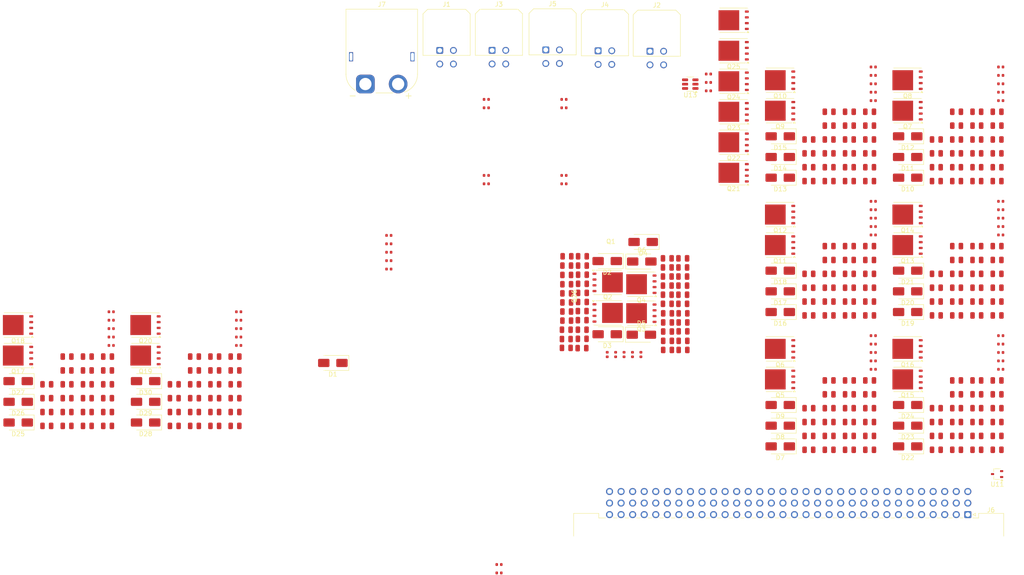
<source format=kicad_pcb>
(kicad_pcb (version 20241229) (generator "pcbnew") (generator_version "9.0")
  (layers (0 "F.Cu" signal) (2 "B.Cu" signal) (13 "F.Paste" user) (15 "B.Paste" user) (5 "F.SilkS" user "F.Silkscreen") (7 "B.SilkS" user "B.Silkscreen") (1 "F.Mask" user) (3 "B.Mask" user) (25 "Edge.Cuts" user))
  (net 0 "")
  (net 1 "GND")
  (net 2 "VIN_BL")
  (net 3 "VIN_BRIDGE")
  (net 4 "Net-(C2-Pad2)")
  (net 5 "Net-(C4-Pad2)")
  (net 6 "Net-(C6-Pad2)")
  (net 7 "Net-(C8-Pad2)")
  (net 8 "Net-(C10-Pad2)")
  (net 9 "Net-(C12-Pad2)")
  (net 10 "Net-(C14-Pad2)")
  (net 11 "Net-(C16-Pad2)")
  (net 12 "Net-(C18-Pad2)")
  (net 13 "Net-(C20-Pad2)")
  (net 14 "Net-(U1-VB)")
  (net 15 "/Conn1/HalfBridge/OUT")
  (net 16 "Net-(C24-Pad2)")
  (net 17 "Net-(C26-Pad2)")
  (net 18 "Net-(C28-Pad2)")
  (net 19 "Net-(C30-Pad2)")
  (net 20 "Net-(C32-Pad2)")
  (net 21 "Net-(C34-Pad2)")
  (net 22 "Net-(C36-Pad2)")
  (net 23 "Net-(C38-Pad2)")
  (net 24 "Net-(C40-Pad2)")
  (net 25 "Net-(C42-Pad2)")
  (net 26 "Net-(U2-VB)")
  (net 27 "/Conn1/HalfBridge1/OUT")
  (net 28 "Net-(C46-Pad2)")
  (net 29 "Net-(C48-Pad2)")
  (net 30 "Net-(C50-Pad2)")
  (net 31 "Net-(C52-Pad2)")
  (net 32 "Net-(C54-Pad2)")
  (net 33 "Net-(C56-Pad2)")
  (net 34 "Net-(C58-Pad2)")
  (net 35 "Net-(C60-Pad2)")
  (net 36 "Net-(C62-Pad2)")
  (net 37 "Net-(C64-Pad2)")
  (net 38 "Net-(U3-VB)")
  (net 39 "/Conn2/HalfBridge1/OUT")
  (net 40 "Net-(C68-Pad2)")
  (net 41 "Net-(C70-Pad2)")
  (net 42 "Net-(C72-Pad2)")
  (net 43 "Net-(C74-Pad2)")
  (net 44 "Net-(C76-Pad2)")
  (net 45 "Net-(C78-Pad2)")
  (net 46 "Net-(C80-Pad2)")
  (net 47 "Net-(C82-Pad2)")
  (net 48 "Net-(C84-Pad2)")
  (net 49 "Net-(C86-Pad2)")
  (net 50 "/Conn2/HalfBridge/OUT")
  (net 51 "Net-(U4-VB)")
  (net 52 "Net-(C90-Pad2)")
  (net 53 "Net-(C92-Pad2)")
  (net 54 "Net-(C94-Pad2)")
  (net 55 "Net-(C96-Pad2)")
  (net 56 "Net-(C98-Pad2)")
  (net 57 "Net-(C100-Pad2)")
  (net 58 "Net-(C102-Pad2)")
  (net 59 "Net-(C104-Pad2)")
  (net 60 "Net-(C106-Pad2)")
  (net 61 "Net-(C108-Pad2)")
  (net 62 "Net-(U5-VB)")
  (net 63 "/Conn3/HalfBridge1/OUT")
  (net 64 "Net-(C112-Pad2)")
  (net 65 "Net-(C114-Pad2)")
  (net 66 "Net-(C116-Pad2)")
  (net 67 "Net-(C118-Pad2)")
  (net 68 "Net-(C120-Pad2)")
  (net 69 "Net-(C122-Pad2)")
  (net 70 "Net-(C124-Pad2)")
  (net 71 "Net-(C126-Pad2)")
  (net 72 "Net-(C128-Pad2)")
  (net 73 "Net-(C130-Pad2)")
  (net 74 "/Conn3/HalfBridge/OUT")
  (net 75 "Net-(U6-VB)")
  (net 76 "Net-(C134-Pad2)")
  (net 77 "Net-(C136-Pad2)")
  (net 78 "Net-(C138-Pad2)")
  (net 79 "Net-(C140-Pad2)")
  (net 80 "Net-(C142-Pad2)")
  (net 81 "Net-(C144-Pad2)")
  (net 82 "Net-(C146-Pad2)")
  (net 83 "Net-(C148-Pad2)")
  (net 84 "Net-(C150-Pad2)")
  (net 85 "Net-(C152-Pad2)")
  (net 86 "Net-(U7-VB)")
  (net 87 "/Conn4/HalfBridge1/OUT")
  (net 88 "Net-(C156-Pad2)")
  (net 89 "Net-(C158-Pad2)")
  (net 90 "Net-(C160-Pad2)")
  (net 91 "Net-(C162-Pad2)")
  (net 92 "Net-(C164-Pad2)")
  (net 93 "Net-(C166-Pad2)")
  (net 94 "Net-(C168-Pad2)")
  (net 95 "Net-(C170-Pad2)")
  (net 96 "Net-(C172-Pad2)")
  (net 97 "Net-(C174-Pad2)")
  (net 98 "Net-(U8-VB)")
  (net 99 "/Conn4/HalfBridge/OUT")
  (net 100 "Net-(C178-Pad2)")
  (net 101 "Net-(C180-Pad2)")
  (net 102 "Net-(C182-Pad2)")
  (net 103 "Net-(C184-Pad2)")
  (net 104 "Net-(C186-Pad2)")
  (net 105 "Net-(C188-Pad2)")
  (net 106 "Net-(C190-Pad2)")
  (net 107 "Net-(C192-Pad2)")
  (net 108 "Net-(C194-Pad2)")
  (net 109 "Net-(C196-Pad2)")
  (net 110 "Net-(U9-VB)")
  (net 111 "/Conn5/HalfBridge1/OUT")
  (net 112 "Net-(C200-Pad2)")
  (net 113 "Net-(C202-Pad2)")
  (net 114 "Net-(C204-Pad2)")
  (net 115 "Net-(C206-Pad2)")
  (net 116 "Net-(C208-Pad2)")
  (net 117 "Net-(C210-Pad2)")
  (net 118 "Net-(C212-Pad2)")
  (net 119 "Net-(C214-Pad2)")
  (net 120 "Net-(C216-Pad2)")
  (net 121 "Net-(C218-Pad2)")
  (net 122 "Net-(U10-VB)")
  (net 123 "/Conn5/HalfBridge/OUT")
  (net 124 "Net-(U13-VCAP)")
  (net 125 "Net-(C222-Pad1)")
  (net 126 "Net-(J7-Pin_2)")
  (net 127 "Net-(D1-K)")
  (net 128 "Net-(D4-K)")
  (net 129 "Net-(D7-K)")
  (net 130 "Net-(D10-K)")
  (net 131 "Net-(D13-K)")
  (net 132 "Net-(D16-K)")
  (net 133 "Net-(D19-K)")
  (net 134 "Net-(D22-K)")
  (net 135 "Net-(D25-K)")
  (net 136 "Net-(D28-K)")
  (net 137 "Net-(J1-Pin_3)")
  (net 138 "+5V")
  (net 139 "Net-(J2-Pin_3)")
  (net 140 "Net-(J3-Pin_3)")
  (net 141 "Net-(J4-Pin_3)")
  (net 142 "Net-(J5-Pin_3)")
  (net 143 "/backplane/GPIOL15")
  (net 144 "/backplane/GPIOL13")
  (net 145 "/backplane/CAN2.-")
  (net 146 "/backplane/GPIOL6")
  (net 147 "/backplane/GPIOL2")
  (net 148 "/backplane/CAN2.+")
  (net 149 "/backplane/GPIOC12")
  (net 150 "+24V")
  (net 151 "/backplane/CAN1.-")
  (net 152 "/backplane/GPIOC0")
  (net 153 "/backplane/BACKPLANE.D-")
  (net 154 "/backplane/GPIOL1")
  (net 155 "/backplane/CAN1.+")
  (net 156 "/backplane/GPIOC2")
  (net 157 "/backplane/GPIOC3")
  (net 158 "+12V")
  (net 159 "/backplane/GPIOL5")
  (net 160 "/backplane/GPIOL9")
  (net 161 "/backplane/GPIOR15")
  (net 162 "/backplane/GPIOR10")
  (net 163 "/backplane/GPIOC14")
  (net 164 "+5V_STDBY")
  (net 165 "/backplane/GPIOR1")
  (net 166 "/backplane/GPIOC10")
  (net 167 "/backplane/GPIOL14")
  (net 168 "/backplane/GPIOR6")
  (net 169 "/backplane/GPIOC15")
  (net 170 "/backplane/GPIOC6")
  (net 171 "/backplane/GPIOL11")
  (net 172 "/backplane/GPIOR11")
  (net 173 "/backplane/GPIOR0")
  (net 174 "/backplane/GPIOC4")
  (net 175 "/backplane/GPIOR2")
  (net 176 "/backplane/GPIOR12")
  (net 177 "/backplane/GPIOC7")
  (net 178 "/backplane/GPIOC5")
  (net 179 "/backplane/GPIOC13")
  (net 180 "/backplane/GPIOL0")
  (net 181 "/backplane/GPIOR8")
  (net 182 "/backplane/GPIOR5")
  (net 183 "/backplane/GPIOR14")
  (net 184 "/backplane/GPIOC8")
  (net 185 "/backplane/GPIOR3")
  (net 186 "/backplane/GPIOL4")
  (net 187 "/backplane/GPIOL10")
  (net 188 "/backplane/GPIOR9")
  (net 189 "/backplane/GPIOC11")
  (net 190 "/backplane/GPIOR4")
  (net 191 "/backplane/GPIOR13")
  (net 192 "/backplane/GPIOC9")
  (net 193 "/backplane/GPIOR7")
  (net 194 "/backplane/GPIOL3")
  (net 195 "/backplane/BACKPLANE.D+")
  (net 196 "/backplane/GPIOL7")
  (net 197 "/backplane/GPIOL12")
  (net 198 "/backplane/GPIOC1")
  (net 199 "/backplane/GPIOL8")
  (net 200 "Net-(Q1-G)")
  (net 201 "Net-(Q2-G)")
  (net 202 "Net-(Q3-G)")
  (net 203 "Net-(Q4-G)")
  (net 204 "Net-(Q5-G)")
  (net 205 "Net-(Q6-G)")
  (net 206 "Net-(Q7-G)")
  (net 207 "Net-(Q8-G)")
  (net 208 "Net-(Q9-G)")
  (net 209 "Net-(Q10-G)")
  (net 210 "Net-(Q11-G)")
  (net 211 "Net-(Q12-G)")
  (net 212 "Net-(Q13-G)")
  (net 213 "Net-(Q14-G)")
  (net 214 "Net-(Q15-G)")
  (net 215 "Net-(Q16-G)")
  (net 216 "Net-(Q17-G)")
  (net 217 "Net-(Q18-G)")
  (net 218 "Net-(Q19-G)")
  (net 219 "Net-(Q20-G)")
  (net 220 "Net-(Q21-G)")
  (net 221 "Net-(Q21-D)")
  (net 222 "/Conn1/A_OUT")
  (net 223 "Net-(U1-EN)")
  (net 224 "Net-(U1-IN)")
  (net 225 "/Conn1/Bridge_IN1")
  (net 226 "Net-(U1-DT)")
  (net 227 "Net-(U1-HO)")
  (net 229 "Net-(U2-EN)")
  (net 230 "Net-(U2-IN)")
  (net 231 "/Conn1/Bridge_IN2")
  (net 232 "Net-(U2-DT)")
  (net 233 "Net-(U2-HO)")
  (net 235 "/Conn2/A_OUT")
  (net 236 "Net-(U3-EN)")
  (net 237 "/Conn2/Bridge_IN2")
  (net 238 "Net-(U3-IN)")
  (net 239 "Net-(U3-DT)")
  (net 240 "Net-(U3-HO)")
  (net 242 "Net-(U4-EN)")
  (net 243 "/Conn2/Bridge_IN1")
  (net 244 "Net-(U4-IN)")
  (net 245 "Net-(U4-DT)")
  (net 246 "Net-(U4-HO)")
  (net 248 "/Conn3/A_OUT")
  (net 249 "Net-(U5-EN)")
  (net 250 "Net-(U5-IN)")
  (net 251 "/Conn3/Bridge_IN2")
  (net 252 "Net-(U5-DT)")
  (net 253 "Net-(U5-HO)")
  (net 255 "Net-(U6-EN)")
  (net 256 "/Conn3/Bridge_IN1")
  (net 257 "Net-(U6-IN)")
  (net 258 "Net-(U6-DT)")
  (net 259 "Net-(U6-HO)")
  (net 261 "/Conn4/A_OUT")
  (net 262 "Net-(U7-EN)")
  (net 263 "Net-(U7-IN)")
  (net 264 "/Conn4/Bridge_IN2")
  (net 265 "Net-(U7-DT)")
  (net 266 "Net-(U7-HO)")
  (net 268 "Net-(U8-EN)")
  (net 269 "/Conn4/Bridge_IN1")
  (net 270 "Net-(U8-IN)")
  (net 271 "Net-(U8-DT)")
  (net 272 "Net-(U8-HO)")
  (net 274 "/Conn5/A_OUT")
  (net 275 "Net-(U9-EN)")
  (net 276 "Net-(U9-IN)")
  (net 277 "/Conn5/Bridge_IN2")
  (net 278 "Net-(U9-DT)")
  (net 279 "Net-(U9-HO)")
  (net 281 "Net-(U10-EN)")
  (net 282 "/Conn5/Bridge_IN1")
  (net 283 "Net-(U10-IN)")
  (net 284 "Net-(U10-DT)")
  (net 285 "Net-(U10-HO)")
  (net 287 "Net-(U13-EN)")
  (footprint "PCM_JLCPCB:C_0805" (layer "F.Cu") (at 126.52 87.85 180)
    (property "Reference" "C95" (hide yes))
    (property "Value" "10uF")
  )
  (footprint "PCM_JLCPCB:R_0402" (layer "F.Cu") (at 95.55 64.3 180)
    (property "Reference" "R61" (hide yes))
    (property "Value" "10kΩ" (hide yes))
  )
  (footprint "PCM_JLCPCB:C_0805" (layer "F.Cu") (at 158.98 143.9 180)
    (property "Reference" "C156" (hide yes))
    (property "Value" "10uF")
  )
  (footprint "Diode_SMD:D_SMA" (layer "F.Cu") (at 111.325 146.2 180)
    (property "Reference" "D7")
    (property "Value" "SS38")
  )
  (footprint "PCM_JLCPCB:R_0402" (layer "F.Cu") (at 131.77 70.15 180)
    (property "Reference" "R27" (hide yes))
    (property "Value" "10kΩ" (hide yes))
  )
  (footprint "PCM_JLCPCB:C_0805" (layer "F.Cu") (at 122.07 78.7 180)
    (property "Reference" "C104" (hide yes))
    (property "Value" "10uF")
  )
  (footprint "PCM_JLCPCB:C_0805" (layer "F.Cu") (at 154.53 84.8 180)
    (property "Reference" "C74" (hide yes))
    (property "Value" "10uF")
  )
  (footprint "PCM_JLCPCB:C_0805" (layer "F.Cu") (at -49.86 132.55 180)
    (property "Reference" "C198" (hide yes))
    (property "Value" "10uF")
  )
  (footprint "PCM_JLCPCB:R_0402" (layer "F.Cu") (at 46.73 69.88 180)
    (property "Reference" "R26" (hide yes))
    (property "Value" "10kΩ" (hide yes))
  )
  (footprint "Package_TO_SOT_SMD:TDSON-8-1" (layer "F.Cu") (at 101.08 72.6 180)
    (property "Reference" "Q23")
    (property "Value" "XR30N06F")
  )
  (footprint "PCM_JLCPCB:R_0402" (layer "F.Cu") (at 75.15 126 -90)
    (property "Reference" "R11" (hide yes))
    (property "Value" "10kΩ" (hide yes))
  )
  (footprint "PCM_JLCPCB:C_0805" (layer "F.Cu") (at 154.53 131.7 180)
    (property "Reference" "C166" (hide yes))
    (property "Value" "10uF")
  )
  (footprint "PCM_JLCPCB:C_0805" (layer "F.Cu") (at 158.98 75.65 180)
    (property "Reference" "C71" (hide yes))
    (property "Value" "10uF")
  )
  (footprint "PCM_JLCPCB:C_0805" (layer "F.Cu") (at 89.9 110.84 180)
    (property "Reference" "C32" (hide yes))
    (property "Value" "10uF")
  )
  (footprint "PCM_JLCPCB:C_0805" (layer "F.Cu") (at 145.63 140.85 180)
    (property "Reference" "C175" (hide yes))
    (property "Value" "10uF")
  )
  (footprint "PCM_JLCPCB:C_0805" (layer "F.Cu") (at -45.41 138.65 180)
    (property "Reference" "C190" (hide yes))
    (property "Value" "10uF")
  )
  (footprint "Diode_SMD:D_SMA" (layer "F.Cu") (at 139.335 116.65 180)
    (property "Reference" "D19")
    (property "Value" "SS38")
  )
  (footprint "PCM_JLCPCB:C_0805" (layer "F.Cu") (at 150.08 146.95 180)
    (property "Reference" "C167" (hide yes))
    (property "Value" "10uF")
  )
  (footprint "PCM_JLCPCB:C_0805" (layer "F.Cu") (at 145.63 84.8 180)
    (property "Reference" "C86" (hide yes))
    (property "Value" "10uF")
  )
  (footprint "PCM_JLCPCB:C_0805" (layer "F.Cu") (at 158.98 108.25 180)
    (property "Reference" "C136" (hide yes))
    (property "Value" "10uF")
  )
  (footprint "PCM_JLCPCB:R_0402" (layer "F.Cu") (at 25.3 101.65 180)
    (property "Reference" "R6" (hide yes))
    (property "Value" "10kΩ" (hide yes))
  )
  (footprint "Package_TO_SOT_SMD:TDSON-8-1" (layer "F.Cu") (at 111.29 95.21 180)
    (property "Reference" "Q12")
    (property "Value" "XR30N06F")
  )
  (footprint "PCM_JLCPCB:C_0805" (layer "F.Cu") (at 122.07 140.85 180)
    (property "Reference" "C59" (hide yes))
    (property "Value" "10uF")
  )
  (footprint "Diode_SMD:D_SMA" (layer "F.Cu") (at 80.8 121.64)
    (property "Reference" "D5")
    (property "Value" "SS38")
  )
  (footprint "PCM_JLCPCB:C_0805" (layer "F.Cu") (at 64.3 122.59 180)
    (property "Reference" "C20" (hide yes))
    (property "Value" "10uF")
  )
  (footprint "PCM_JLCPCB:C_0805" (layer "F.Cu") (at 117.62 87.85 180)
    (property "Reference" "C107" (hide yes))
    (property "Value" "10uF")
  )
  (footprint "PCM_JLCPCB:C_0805" (layer "F.Cu") (at -40.96 132.55 180)
    (property "Reference" "C186" (hide yes))
    (property "Value" "10uF")
  )
  (footprint "PCM_JLCPCB:C_0805" (layer "F.Cu") (at 150.08 111.3 180)
    (property "Reference" "C147" (hide yes))
    (property "Value" "10uF")
  )
  (footprint "Package_TO_SOT_SMD:TDSON-8-1" (layer "F.Cu") (at 73.4 116.85)
    (property "Reference" "Q2")
    (property "Value" "XR30N06F")
  )
  (footprint "PCM_JLCPCB:C_0805" (layer "F.Cu") (at 126.52 117.4 180)
    (property "Reference" "C117" (hide yes))
    (property "Value" "10uF")
  )
  (footprint "PCM_JLCPCB:C_0805" (layer "F.Cu") (at 126.52 72.6 180)
    (property "Reference" "C100" (hide yes))
    (property "Value" "10uF")
  )
  (footprint "PCM_JLCPCB:C_0805" (layer "F.Cu") (at 67.85 114.44 180)
    (property "Reference" "C1" (hide yes))
    (property "Value" "10uF")
  )
  (footprint "Package_TO_SOT_SMD:TDSON-8-1" (layer "F.Cu") (at -28.18 119.51 180)
    (property "Reference" "Q20")
    (property "Value" "XR30N06F")
  )
  (footprint "PCM_JLCPCB:C_0805" (layer "F.Cu") (at 64.4 106.44 180)
    (property "Reference" "C16" (hide yes))
    (property "Value" "10uF")
  )
  (footprint "PCM_JLCPCB:C_0805" (layer "F.Cu") (at 154.53 108.25 180)
    (property "Reference" "C142" (hide yes))
    (property "Value" "10uF")
  )
  (footprint "PCM_JLCPCB:C_0805" (layer "F.Cu") (at -8.5 138.65 180)
    (property "Reference" "C200" (hide yes))
    (property "Value" "10uF")
  )
  (footprint "Diode_SMD:D_SMA" (layer "F.Cu") (at 73.3 121.54 180)
    (property "Reference" "D3")
    (property "Value" "SS38")
  )
  (footprint "PCM_JLCPCB:C_0805" (layer "F.Cu") (at 117.62 81.75 180)
    (property "Reference" "C109" (hide yes))
    (property "Value" "10uF")
  )
  (footprint "Diode_SMD:D_SMA" (layer "F.Cu") (at -56.155 131.85 180)
    (property "Reference" "D27")
    (property "Value" "SS38")
  )
  (footprint "PCM_JLCPCB:C_0805" (layer "F.Cu") (at 64.4 112.54 180)
    (property "Reference" "C15" (hide yes))
    (property "Value" "10uF")
  )
  (footprint "Diode_SMD:D_SMA" (layer "F.Cu") (at -56.155 140.95 180)
    (property "Reference" "D25")
    (property "Value" "SS38")
  )
  (footprint "PCM_JLCPCB:C_0805" (layer "F.Cu") (at 150.08 114.35 180)
    (property "Reference" "C146" (hide yes))
    (property "Value" "10uF")
  )
  (footprint "PCM_JLCPCB:R_0402" (layer "F.Cu") (at 25.3 105.35 180)
    (property "Reference" "R4" (hide yes))
    (property "Value" "10kΩ" (hide yes))
  )
  (footprint "PCM_JLCPCB:C_0805" (layer "F.Cu") (at 130.97 72.6 180)
    (property "Reference" "C94" (hide yes))
    (property "Value" "10uF")
  )
  (footprint "Diode_SMD:D_SMA" (layer "F.Cu") (at 139.335 141.65 180)
    (property "Reference" "D23")
    (property "Value" "SS38")
  )
  (footprint "PCM_JLCPCB:R_0402" (layer "F.Cu") (at 25.3 103.5 180)
    (property "Reference" "R5" (hide yes))
    (property "Value" "10kΩ" (hide yes))
  )
  (footprint "PCM_JLCPCB:C_0805" (layer "F.Cu") (at 126.52 137.8 180)
    (property "Reference" "C54" (hide yes))
    (property "Value" "10uF")
  )
  (footprint "Diode_SMD:D_SMA" (layer "F.Cu") (at 81.2 101.24 180)
    (property "Reference" "D4")
    (property "Value" "SS38")
  )
  (footprint "PCM_JLCPCB:C_0805" (layer "F.Cu") (at 86.55 124.99 180)
    (property "Reference" "C35" (hide yes))
    (property "Value" "10uF")
  )
  (footprint "PCM_JLCPCB:C_0805" (layer "F.Cu") (at 64.4 118.54 180)
    (property "Reference" "C22" (hide yes))
    (property "Value" "10uF")
  )
  (footprint "PCM_JLCPCB:C_0805" (layer "F.Cu") (at 130.97 102.15 180)
    (property "Reference" "C116" (hide yes))
    (property "Value" "10uF")
  )
  (footprint "PCM_JLCPCB:C_0805" (layer "F.Cu") (at -17.4 132.55 180)
    (property "Reference" "C214" (hide yes))
    (property "Value" "10uF")
  )
  (footprint "PCM_JLCPCB:C_0805" (layer "F.Cu") (at -40.96 141.7 180)
    (property "Reference" "C183" (hide yes))
    (property "Value" "10uF")
  )
  (footprint "PCM_JLCPCB:C_0805" (layer "F.Cu") (at 64.4 116.54 180)
    (property "Reference" "C13" (hide yes))
    (property "Value" "10uF")
  )
  (footprint "PCM_JLCPCB:C_0805" (layer "F.Cu") (at -36.51 141.7 180)
    (property "Reference" "C177" (hide yes))
    (property "Value" "10uF")
  )
  (footprint "Diode_SMD:D_SMA" (layer "F.Cu") (at 111.325 116.65 180)
    (property "Reference" "D16")
    (property "Value" "SS38")
  )
  (footprint "PCM_JLCPCB:C_0805" (layer "F.Cu") (at 86.55 116.94 180)
    (property "Reference" "C25" (hide yes))
    (property "Value" "10uF")
  )
  (footprint "PCM_JLCPCB:C_0805" (layer "F.Cu") (at 117.62 108.25 180)
    (property "Reference" "C132" (hide yes))
    (property "Value" "10uF")
  )
  (footprint "PCM_JLCPCB:C_0805" (layer "F.Cu") (at 117.62 143.9 180)
    (property "Reference" "C64" (hide yes))
    (property "Value" "10uF")
  )
  (footprint "PCM_JLCPCB:C_0805" (layer "F.Cu") (at 154.53 81.75 180)
    (property "Reference" "C75" (hide yes))
    (property "Value" "10uF")
  )
  (footprint "PCM_JLCPCB:C_0805" (layer "F.Cu") (at 130.97 75.65 180)
    (property "Reference" "C93" (hide yes))
    (property "Value" "10uF")
  )
  (footprint "PCM_JLCPCB:R_0402" (layer "F.Cu") (at 131.77 121.85 180)
    (property "Reference" "R19" (hide yes))
    (property "Value" "10kΩ" (hide yes))
  )
  (footprint "PCM_JLCPCB:C_0805" (layer "F.Cu") (at 158.98 137.8 180)
    (property "Reference" "C158" (hide yes))
    (property "Value" "10uF")
  )
  (footprint "PCM_JLCPCB:R_0402" (layer "F.Cu") (at 25.3 99.8 180)
    (property "Reference" "R7" (hide yes))
    (property "Value" "10kΩ" (hide yes))
  )
  (footprint "PCM_JLCPCB:C_0805" (layer "F.Cu") (at -45.41 141.7 180)
    (property "Reference" "C189" (hide yes))
    (property "Value" "10uF")
  )
  (footprint "PCM_JLCPCB:C_0805" (layer "F.Cu") (at -12.95 126.45 180)
    (property "Reference" "C210" (hide yes))
    (property "Value" "10uF")
  )
  (footprint "PCM_JLCPCB:C_0805" (layer "F.Cu") (at 64.45 104.39 180)
    (property "Reference" "C17" (hide yes))
    (property "Value" "10uF")
  )
  (footprint "PCM_JLCPCB:C_0805" (layer "F.Cu") (at 64.3 124.54 180)
    (property "Reference" "C19" (hide yes))
    (property "Value" "10uF")
  )
  (footprint "PCM_JLCPCB:C_0805" (layer "F.Cu") (at 150.08 81.75 180)
    (property "Reference" "C81" (hide yes))
    (property "Value" "10uF")
  )
  (footprint "PCM_JLCPCB:C_0805" (layer "F.Cu") (at 67.85 112.44 180)
    (property "Reference" "C2" (hide yes))
    (property "Value" "10uF")
  )
  (footprint "PCM_JLCPCB:C_0805" (layer "F.Cu") (at 89.9 108.84 180)
    (property "Reference" "C33" (hide yes))
    (property "Value" "10uF")
  )
  (footprint "PCM_JLCPCB:C_0805" (layer "F.Cu") (at 130.97 117.4 180)
    (property "Reference" "C111" (hide yes))
    (property "Value" "10uF")
  )
  (footprint "PCM_JLCPCB:C_0805" (layer "F.Cu") (at 158.98 102.15 180)
    (property "Reference" "C138" (hide yes))
    (property "Value" "10uF")
  )
  (footprint "PCM_JLCPCB:C_0805" (layer "F.Cu") (at 150.08 143.9 180)
    (property "Reference" "C168" (hide yes))
    (property "Value" "10uF")
  )
  (footprint "Diode_SMD:D_SMA" (layer "F.Cu") (at -28.145 136.4 180)
    (property "Reference" "D29")
    (property "Value" "SS38")
  )
  (footprint "PCM_JLCPCB:R_0402" (layer "F.Cu") (at 159.78 68.3 180)
    (property "Reference" "R21" (hide yes))
    (property "Value" "10kΩ" (hide yes))
  )
  (footprint "Diode_SMD:D_SMA" (layer "F.Cu") (at 139.335 78 180)
    (property "Reference" "D12")
    (property "Value" "SS38")
  )
  (footprint "PCM_JLCPCB:C_0805" (layer "F.Cu") (at 145.63 111.3 180)
    (property "Reference" "C153" (hide yes))
    (property "Value" "10uF")
  )
  (footprint "Package_TO_SOT_SMD:TDSON-8-1" (layer "F.Cu") (at 111.29 101.92 180)
    (property "Reference" "Q11")
    (property "Value" "XR30N06F")
  )
  (footprint "PCM_JLCPCB:C_0805" (layer "F.Cu") (at 89.95 116.94 180)
    (property "Reference" "C28" (hide yes))
    (property "Value" "10uF")
  )
  (footprint "PCM_JLCPCB:R_0402" (layer "F.Cu") (at 49.52 172.19 180)
    (property "Reference" "R2" (hide yes))
    (property "Value" "10kΩ" (hide yes))
  )
  (footprint "PCM_JLCPCB:C_0805" (layer "F.Cu") (at 126.52 140.85 180)
    (property "Reference" "C53" (hide yes))
    (property "Value" "10uF")
  )
  (footprint "Package_TO_SOT_SMD:TDSON-8-1" (layer "F.Cu") (at 101.08 79.31 180)
    (property "Reference" "Q22")
    (property "Value" "XR30N06F")
  )
  (footprint "PCM_JLCPCB:C_0805" (layer "F.Cu") (at -8.5 126.45 180)
    (property "Reference" "C204" (hide yes))
    (property "Value" "10uF")
  )
  (footprint "PCM_JLCPCB:R_0402" (layer "F.Cu") (at -7.7 120.3 180)
    (property "Reference" "R58" (hide yes))
    (property "Value" "10kΩ" (hide yes))
  )
  (footprint "PCM_JLCPCB:C_0805" (layer "F.Cu") (at 130.97 137.8 180)
    (property "Reference" "C48" (hide yes))
    (property "Value" "10uF")
  )
  (footprint "PCM_JLCPCB:C_0805" (layer "F.Cu") (at 154.53 72.6 180)
    (property "Reference" "C78" (hide yes))
    (property "Value" "10uF")
  )
  (footprint "PCM_JLCPCB:C_0805" (layer "F.Cu") (at 126.52 75.65 180)
    (property "Reference" "C99" (hide yes))
    (property "Value" "10uF")
  )
  (footprint "PCM_JLCPCB:R_0402" (layer "F.Cu") (at 131.77 123.7 180)
    (property "Reference" "R18" (hide yes))
    (property "Value" "10kΩ" (hide yes))
  )
  (footprint "PCM_JLCPCB:C_0805" (layer "F.Cu") (at 145.63 108.25 180)
    (property "Reference" "C154" (hide yes))
    (property "Value" "10uF")
  )
  (footprint "PCM_JLCPCB:C_0805" (layer "F.Cu") (at -40.96 135.6 180)
    (property "Reference" "C185" (hide yes))
    (property "Value" "10uF")
  )
  (footprint "PCM_JLCPCB:C_0805" (layer "F.Cu") (at 130.97 81.75 180)
    (property "Reference" "C91" (hide yes))
    (property "Value" "10uF")
  )
  (footprint "PCM_JLCPCB:R_0402" (layer "F.Cu") (at 46.73 88.45 180)
    (property "Reference" "R13" (hide yes))
    (property "Value" "1kΩ" (hide yes))
  )
  (footprint "PCM_JLCPCB:C_0805" (layer "F.Cu") (at 154.53 117.4 180)
    (property "Reference" "C139" (hide yes))
    (property "Value" "10uF")
  )
  (footprint "PCM_JLCPCB:C_0805" (layer "F.Cu") (at 150.08 131.7 180)
    (property "Reference" "C172" (hide yes))
    (property "Value" "10uF")
  )
  (footprint "Connector_Molex:Molex_Micro-Fit_3.0_43045-0400_2x02_P3.00mm_Horizontal" (layer "F.Cu") (at 36.5 59.1)
    (property "Reference" "J1")
    (property "Value" "Molex_Micro-Fit_3.0 2x2")
  )
  (footprint "PCM_JLCPCB:C_0805" (layer "F.Cu") (at 89.95 124.99 180)
    (property "Reference" "C24" (hide yes))
    (property "Value" "10uF")
  )
  (footprint "PCM_JLCPCB:C_0805" (layer "F.Cu") (at 126.52 108.25 180)
    (property "Reference" "C120" (hide yes))
    (property "Value" "10uF")
  )
  (footprint "Diode_SMD:D_SMA" (layer "F.Cu") (at -56.155 136.4 180)
    (property "Reference" "D26")
    (property "Value" "SS38")
  )
  (footprint "Diode_SMD:D_SMA" (layer "F.Cu") (at 139.335 87.1 180)
    (property "Reference" "D10")
    (property "Value" "SS38")
  )
  (footprint "Diode_SMD:D_SMA" (layer "F.Cu") (at 111.325 112.1 180)
    (property "Reference" "D17")
    (property "Value" "SS38")
  )
  (footprint "PCM_JLCPCB:C_0805" (layer "F.Cu") (at 154.53 105.2 180)
    (property "Reference" "C143" (hide yes))
    (property "Value" "10uF")
  )
  (footprint "PCM_JLCPCB:C_0805" (layer "F.Cu") (at -12.95 132.55 180)
    (property "Reference" "C208" (hide yes))
    (property "Value" "10uF")
  )
  (footprint "PCM_JLCPCB:C_0805" (layer "F.Cu") (at 145.63 81.75 180)
    (property "Reference" "C87" (hide yes))
    (property "Value" "10uF")
  )
  (footprint "PCM_JLCPCB:C_0805" (layer "F.Cu") (at 122.07 105.2 180)
    (property "Reference" "C127" (hide yes))
    (property "Value" "10uF")
  )
  (footprint "PCM_JLCPCB:R_0402" (layer "F.Cu") (at 131.77 96 180)
    (property "Reference" "R34" (hide yes))
    (property "Value" "10kΩ" (hide yes))
  )
  (footprint "PCM_JLCPCB:C_0805" (layer "F.Cu") (at 86.5 110.84 180)
    (property "Reference" "C36" (hide yes))
    (property "Value" "10uF")
  )
  (footprint "PCM_JLCPCB:C_0805" (layer "F.Cu") (at 122.07 108.25 180)
    (property "Reference" "C126" (hide yes))
    (property "Value" "10uF")
  )
  (footprint "PCM_JLCPCB:C_0805" (layer "F.Cu") (at 122.07 111.3 180)
    (property "Reference" "C125" (hide yes))
    (property "Value" "10uF")
  )
  (footprint "PCM_JLCPCB:C_0805" (layer "F.Cu") (at -17.4 135.6 180)
    (property "Reference" "C213" (hide yes))
    (property "Value" "10uF")
  )
  (footprint "PCM_JLCPCB:C_0805" (layer "F.Cu") (at 130.97 78.7 180)
    (property "Reference" "C92" (hide yes))
    (property "Value" "10uF")
  )
  (footprint "PCM_JLCPCB:C_0805" (layer "F.Cu") (at -45.41 135.6 180)
    (property "Reference" "C191" (hide yes))
    (property "Value" "10uF")
  )
  (footprint "PCM_JLCPCB:C_0805" (layer "F.Cu") (at -40.96 129.5 180)
    (property "Reference" "C187" (hide yes))
    (property "Value" "10uF")
  )
  (footprint "PCM_JLCPCB:R_0402" (layer "F.Cu") (at 63.79 88.45 180)
    (property "Reference" "R37" (hide yes))
    (property "Value" "1kΩ" (hide yes))
  )
  (footprint "PCM_JLCPCB:R_0402" (layer "F.Cu") (at 159.78 70.15 180)
    (property "Reference" "R20" (hide yes))
    (property "Value" "10kΩ" (hide yes))
  )
  (footprint "PCM_JLCPCB:R_0402" (layer "F.Cu") (at 131.77 94.15 180)
    (property "Reference" "R35" (hide yes))
    (property "Value" "10kΩ" (hide yes))
  )
  (footprint "PCM_JLCPCB:R_0402" (layer "F.Cu") (at 159.78 96 180)
    (property "Reference" "R41" (hide yes))
    (property "Value" "10kΩ" (hide yes))
  )
  (footprint "PCM_JLCPCB:C_0805" (layer "F.Cu") (at 122.07 134.75 180)
    (property "Reference" "C61" (hide yes))
    (property "Value" "10uF")
  )
  (footprint "PCM_JLCPCB:R_0402" (layer "F.Cu") (at -7.7 116.6 180)
    (property "Reference" "R60" (hide yes))
    (property "Value" "10kΩ" (hide yes))
  )
  (footprint "PCM_JLCPCB:C_0805" (layer "F.Cu") (at -45.41 132.55 180)
    (property "Reference" "C192" (hide yes))
    (property "Value" "10uF")
  )
  (footprint "PCM_JLCPCB:R_0402" (layer "F.Cu") (at 25.3 107.2 180)
    (property "Reference" "R3" (hide yes))
    (property "Value" "10kΩ" (hide yes))
  )
  (footprint "PCM_JLCPCB:C_0805" (layer "F.Cu") (at 117.62 117.4 180)
    (property "Reference" "C129" (hide yes))
    (property "Value" "10uF")
  )
  (footprint "PCM_JLCPCB:C_0805" (layer "F.Cu") (at 117.62 78.7 180)
    (property "Reference" "C110" (hide yes))
    (property "Value" "10uF")
  )
  (footprint "Package_TO_SOT_SMD:TDSON-8-1" (layer "F.Cu") (at 101.08 52.47 180)
    (property "Reference" "Q26")
    (property "Value" "XR30N06F")
  )
  (footprint "PCM_JLCPCB:C_0402" (layer "F.Cu") (at 95.55 66.15 180)
    (property "Reference" "C223" (hide yes))
    (property "Value" "100nF")
  )
  (footprint "PCM_JLCPCB:C_0805" (layer "F.Cu") (at 89.9 114.84 180)
    (property "Reference" "C30" (hide yes))
    (property "Value" "10uF")
  )
  (footprint "PCM_JLCPCB:R_0402" (layer "F.Cu") (at -35.71 118.45 180)
    (property "Reference" "R54" (hide yes))
    (property "Value" "10kΩ" (hide yes))
  )
  (footprint "Package_TO_SOT_SMD:TDSON-8-1" (layer "F.Cu") (at 101.08 59.18 180)
    (property "Reference" "Q25")
    (property "Value" "XR30N06F")
  )
  (footprint "Package_TO_SOT_SMD:TDSON-8-1" (layer "F.Cu") (at 139.3 95.21 180)
    (property "Reference" "Q14")
    (property "Value" "XR30N06F")
  )
  (footprint "PCM_JLCPCB:C_0805" (layer "F.Cu") (at 130.97 131.7 180)
    (property "Reference" "C50" (hide yes))
    (property "Value" "10uF")
  )
  (footprint "PCM_JLCPCB:C_0805" (layer "F.Cu") (at 154.53 146.95 180)
    (property "Reference" "C161" (hide yes))
    (property "Value" "10uF")
  )
  (footprint "PCM_JLCPCB:C_0805" (layer "F.Cu") (at 122.07 72.6 180)
    (property "Reference" "C106" (hide yes))
    (property "Value" "10uF")
  )
  (footprint "PCM_JLCPCB:C_0805" (layer "F.Cu") (at -21.85 135.6 180)
    (property "Reference" "C219" (hide yes))
    (property "Value" "10uF")
  )
  (footprint "PCM_JLCPCB:C_0805" (layer "F.Cu") (at 86.55 122.99 180)
    (property "Reference" "C41" (hide yes))
    (property "Value" "10uF")
  )
  (footprint "PCM_JLCPCB:C_0805" (layer "F.Cu") (at 130.97 143.9 180)
    (property "Reference" "C46" (hide yes))
    (property "Value" "10uF")
  )
  (footprint "PCM_JLCPCB:C_0805" (layer "F.Cu") (at -36.51 132.55 180)
    (property "Reference" "C180" (hide yes))
    (property "Value" "10uF")
  )
  (footprint "PCM_JLCPCB:R_0402" (layer "F.Cu") (at 63.79 69.88 180)
    (property "Reference" "R50" (hide yes))
    (property "Value" "10kΩ" (hide yes))
  )
  (footprint "PCM_JLCPCB:C_0805" (layer "F.Cu") (at -21.85 132.55 180)
    (property "Reference" "C220" (hide yes))
    (property "Value" "10uF")
  )
  (footprint "PCM_JLCPCB:C_0805" (layer "F.Cu") (at 150.08 75.65 180)
    (property "Reference" "C83" (hide yes))
    (property "Value" "10uF")
  )
  (footprint "Package_TO_SOT_SMD:TDSON-8-1" (layer "F.Cu") (at 80.8 110.535 180)
    (property "Reference" "Q4")
    (property "Value" "XR30N06F")
  )
  (footprint "Package_TO_SOT_SMD:TDSON-8-1" (layer "F.Cu") (at 80.8 116.905 180)
    (property "Reference" "Q3")
    (property "Value" "XR30N06F")
  )
  (footprint "Diode_SMD:D_SMA" (layer "F.Cu") (at 73.3 105.44 180)
    (property "Reference" "D2")
    (property "Value" "SS38")
  )
  (footprint "Package_TO_SOT_SMD:TDSON-8-1" (layer "F.Cu") (at 101.08 65.89 180)
    (property "Reference" "Q24")
    (property "Value" "XR30N06F")
  )
  (footprint "PCM_JLCPCB:R_0402" (layer "F.Cu") (at 78.85 126 -90)
    (property "Reference" "R9" (hide yes))
    (property "Value" "10kΩ" (hide yes))
  )
  (footprint "PCM_JLCPCB:R_0402" (layer "F.Cu") (at 131.77 99.7 180)
    (property "Reference" "R32" (hide yes))
    (property "Value" "10kΩ" (hide yes))
  )
  (footprint "PCM_JLCPCB:C_0805" (layer "F.Cu") (at -49.86 135.6 180)
    (property "Reference" "C197" (hide yes))
    (property "Value" "10uF")
  )
  (footprint "PCM_JLCPCB:C_0805" (layer "F.Cu") (at -21.85 138.65 180)
    (property "Reference" "C218" (hide yes))
    (property "Value" "10uF")
  )
  (footprint "PCM_JLCPCB:R_0402" (layer "F.Cu") (at 159.78 121.85 180)
    (property "Reference" "R48" (hide yes))
    (property "Value" "10kΩ" (hide yes))
  )
  (footprint "PCM_JLCPCB:C_0805" (layer "F.Cu") (at 145.63 78.7 180)
    (property "Reference" "C88" (hide yes))
    (property "Value" "10uF")
  )
  (footprint "PCM_JLCPCB:C_0805" (layer "F.Cu") (at -36.51 129.5 180)
    (property "Reference" "C181" (hide yes))
    (property "Value" "10uF")
  )
  (footprint "Package_TO_SOT_SMD:TDSON-8-1" (layer "F.Cu") (at 111.29 65.66 180)
    (property "Reference" "Q10")
    (property "Value" "XR30N06F")
  )
  (footprint "PCM_JLCPCB:R_0402" (layer "F.Cu") (at 159.78 129.25 180)
    (property "Reference" "R44" (hide yes))
    (property "Value" "10kΩ" (hide yes))
  )
  (footprint "PCM_JLCPCB:C_0805" (layer "F.Cu") (at 122.07 84.8 180)
    (property "Reference" "C102" (hide yes))
    (property "Value" "10uF")
  )
  (footprint "PCM_JLCPCB:C_0805" (layer "F.Cu") (at 158.98 81.75 180)
    (property "Reference" "C69" (hide yes))
    (property "Value" "10uF")
  )
  (footprint "PCM_JLCPCB:C_0805" (layer "F.Cu") (at 67.8 116.44 180)
    (property "Reference" "C12" (hide yes))
    (property "Value" "10uF")
  )
  (footprint "Diode_SMD:D_SMA" (layer "F.Cu") (at -28.145 140.95 180)
    (property "Reference" "D28")
    (property "Value" "SS38")
  )
  (footprint "PCM_JLCPCB:R_0402" (layer "F.Cu") (at 46.73 71.73 180)
    (property "Reference" "R25" (hide yes))
    (property "Value" "1kΩ" (hide yes))
  )
  (footprint "Diode_SMD:D_SMA" (layer "F.Cu") (at 111.325 141.65 180)
    (property "Reference" "D8")
    (property "Value" "SS38")
  )
  (footprint "PCM_JLCPCB:C_0805" (layer "F.Cu") (at 67.85 110.44 180)
    (property "Reference" "C3" (hide yes))
    (property "Value" "10uF")
  )
  (footprint "PCM_JLCPCB:C_0805" (layer "F.Cu") (at 89.95 122.99 180)
    (property "Reference" "C23" (hide yes))
    (property "Value" "10uF")
  )
  (footprint "PCM_JLCPCB:C_0805" (layer "F.Cu") (at 122.07 137.8 180)
    (property "Reference" "C60" (hide yes))
    (property "Value" "10uF")
  )
  (footprint "PCM_JLCPCB:C_0805" (layer "F.Cu") (at 122.07 75.65 180)
    (property "Reference" "C105" (hide yes))
    (property "Value" "10uF")
  )
  (footprint "PCM_JLCPCB:R_0402" (layer "F.Cu") (at 131.77 62.75 180)
    (property "Reference" "R31" (hide yes))
    (property "Value" "10kΩ" (hide yes))
  )
  (footprint "PCM_JLCPCB:C_0402" (layer "F.Cu") (at 95.55 68 180)
    (property "Reference" "C222" (hide yes))
    (property "Value" "100nF")
  )
  (footprint "Connector_AMASS:AMASS_XT60PW-M_1x02_P7.20mm_Horizontal" (layer "F.Cu") (at 20.15 66.5)
    (property "Reference" "J7")
    (property "Value" "AMASS XT60")
  )
  (footprint "PCM_JLCPCB:C_0805" (layer "F.Cu") (at -49.86 138.65 180)
    (property "Reference" "C196" (hide yes))
    (property "Value" "10uF")
  )
  (footprint "PCM_JLCPCB:C_0805" (layer "F.Cu") (at -36.51 135.6 180)
    (property "Reference" "C179" (hide yes))
    (property "Value" "10uF")
  )
  (footprint "PCM_JLCPCB:C_0805" (layer "F.Cu") (at 67.85 106.44 180)
    (property "Reference" "C5" (hide yes))
    (property "Value" "10uF")
  )
  (footprint "PCM_JLCPCB:C_0805" (layer "F.Cu") (at 67.85 104.39 180)
    (property "Reference" "C6" (hide yes))
    (property "Value" "10uF")
  )
  (footprint "PCM_JLCPCB:C_0805" (layer "F.Cu") (at 154.53 114.35 180)
    (property "Reference" "C140" (hide yes))
    (property "Value" "10uF")
  )
  (footprint "PCM_JLCPCB:C_0805" (layer "F.Cu") (at 64.4 110.54 180)
    (property "Reference" "C7" (hide yes))
    (property "Value" "10uF")
  )
  (footprint "PCM_JLCPCB:C_0805" (layer "F.Cu") (at 150.08 84.8 180)
    (property "Reference" "C80" (hide yes))
    (property "Value" "10uF")
  )
  (footprint "PCM_JLCPCB:C_0805" (layer "F.Cu") (at -12.95 135.6 180)
    (property "Reference" "C207" (hide yes))
    (property "Value" "10uF")
  )
  (footprint "PCM_JLCPCB:R_0402" (layer "F.Cu") (at -7.7 122.15 180)
    (property "Reference" "R57" (hide yes))
    (property "Value" "10kΩ" (hide yes))
  )
  (footprint "Package_TO_SOT_SMD:TDSON-8-1" (layer "F.Cu") (at -56.19 119.51 180)
    (property "Reference" "Q18")
    (property "Value" "XR30N06F")
  )
  (footprint "PCM_JLCPCB:R_0402" (layer "F.Cu") (at 131.77 127.4 180)
    (property "Reference" "R16" (hide yes))
    (property "Value" "10kΩ" (hide yes))
  )
  (footprint "PCM_JLCPCB:C_0805" (layer "F.Cu") (at 150.08 102.15 180)
    (property "Reference" "C150" (hide yes))
    (property "Value" "10uF")
  )
  (footprint "PCM_JLCPCB:C_0805" (layer "F.Cu") (at 86.5 106.84 180)
    (property "Reference" "C38" (hide yes))
    (property "Value" "10uF")
  )
  (footprint "Package_TO_SOT_SMD:TDSON-8-1" (layer "F.Cu") (at 139.3 72.37 180)
    (property "Reference" "Q7")
    (property "Value" "XR30N06F")
  )
  (footprint "PCM_JLCPCB:C_0805" (layer "F.Cu") (at 158.98 140.85 180)
    (property "Reference" "C157" (hide yes))
    (property "Value" "10uF")
  )
  (footprint "Diode_SMD:D_SMA" (layer "F.Cu") (at 111.325 137.1 180)
    (property "Reference" "D9")
    (property "Value" "SS38")
  )
  (footprint "PCM_JLCPCB:R_0402" (layer "F.Cu") (at 131.77 92.3 180)
    (property "Reference" "R36" (hide yes))
    (property "Value" "10kΩ" (hide yes))
  )
  (footprint "PCM_JLCPCB:R_0402" (layer "F.Cu") (at -7.7 124 180)
    (property "Reference" "R56" (hide yes))
    (property "Value" "10kΩ" (hide yes))
  )
  (footprint "Package_TO_SOT_SMD:TDSON-8-1" (layer "F.Cu") (at 139.3 131.47 180)
    (property "Reference" "Q15")
    (property "Value" "XR30N06F")
  )
  (footprint "PCM_JLCPCB:C_0805" (layer "F.Cu") (at -40.96 138.65 180)
    (property "Reference" "C184" (hide yes))
    (property "Value" "10uF")
  )
  (footprint "PCM_JLCPCB:C_0805" (layer "F.Cu") (at 130.97 146.95 180)
    (property "Reference" "C45" (hide yes))
    (property "Value" "10uF")
  )
  (footprint "PCM_JLCPCB:C_0805" (layer "F.Cu") (at -8.5 141.7 180)
    (property "Reference" "C199" (hide yes))
    (property "Value" "10uF")
  )
  (footprint "PCM_JLCPCB:C_0805" (layer "F.Cu") (at 126.52 105.2 180)
    (property "Reference" "C121" (hide yes))
    (property "Value" "10uF")
  )
  (footprint "PCM_JLCPCB:R_0402" (layer "F.Cu") (at 131.77 129.25 180)
    (property "Reference" "R15" (hide yes))
    (property "Value" "10kΩ" (hide yes))
  )
  (footprint "PCM_JLCPCB:C_0805" (layer "F.Cu") (at 158.98 72.6 180)
    (property "Reference" "C72" (hide yes))
    (property "Value" "10uF")
  )
  (footprint "PCM_JLCPCB:C_0805" (layer "F.Cu") (at 64.4 114.54 180)
    (property "Reference" "C14" (hide yes))
    (property "Value" "10uF")
  )
  (footprint "Package_TO_SOT_SMD:TDSON-8-1" (layer "F.Cu") (at 139.3 65.66 180)
    (property "Reference" "Q8")
    (property "Value" "XR30N06F")
  )
  (footprint "PCM_JLCPCB:C_0805" (layer "F.Cu") (at 150.08 87.85 180)
    (property "Reference" "C79" (hide yes))
    (property "Value" "10uF")
  )
  (footprint "Diode_SMD:D_SMA" (layer "F.Cu") (at 111.325 78 180)
    (property "Reference" "D15")
    (property "Value" "SS38")
  )
  (footprint "Diode_SMD:D_SMA" (layer "F.Cu") (at 139.335 82.55 180)
    (property "Reference" "D11")
    (property "Value" "SS38")
  )
  (footprint "PCM_JLCPCB:C_0805" (layer "F.Cu") (at 89.9 112.84 180)
    (property "Reference" "C31" (hide yes))
    (property "Value" "10uF")
  )
  (footprint "PCM_JLCPCB:C_0805" (layer "F.Cu") (at 122.07 102.15 180)
    (property "Reference" "C128" (hide yes))
    (property "Value" "10uF")
  )
  (footprint "PCM_JLCPCB:R_0402" (layer "F.Cu") (at 159.78 125.55 180)
    (property "Reference" "R46" (hide yes))
    (property "Value" "10kΩ" (hide yes))
  )
  (footprint "PCM_JLCPCB:C_0805" (layer "F.Cu") (at 145.63 114.35 180)
    (property "Reference" "C152" (hide yes))
    (property "Value" "10uF")
  )
  (footprint "Connector_Molex:Molex_Micro-Fit_3.0_43045-0400_2x02_P3.00mm_Horizontal" (layer "F.Cu") (at 59.8 58.985)
    (property "Reference" "J5")
    (property "Value" "Molex_Micro-Fit_3.0 2x2")
  )
  (footprint "Diode_SMD:D_SMA" (layer "F.Cu") (at 111.325 107.55 180)
    (property "Reference" "D18")
    (property "Value" "SS38")
  )
  (footprint "PCM_JLCPCB:C_0805" (layer "F.Cu") (at 150.08 134.75 180)
    (property "Reference" "C171" (hide yes))
    (property "Value" "10uF")
  )
  (footprint "PCM_JLCPCB:C_0805" (layer "F.Cu") (at -49.86 141.7 180)
    (property "Reference" "C195" (hide yes))
    (property "Value" "10uF")
  )
  (footprint "PCM_JLCPCB:C_0805" (layer "F.Cu") (at 122.07 117.4 180)
    (property "Reference" "C123" (hide yes))
    (property "Value" "10uF")
  )
  (footprint "PCM_JLCPCB:R_0402" (layer "F.Cu") (at -35.71 116.6 180)
    (property "Reference" "R55" (hide yes))
    (property "Value" "10kΩ" (hide yes))
  )
  (footprint "PCM_JLCPCB:C_0805" (layer "F.Cu") (at 67.8 118.44 180)
    (property "Reference" "C11" (hide yes))
    (property "Value" "10uF")
  )
  (footprint "PCM_JLCPCB:C_0805" (layer "F.Cu") (at 145.63 137.8 180)
    (property "Reference" "C176" (hide yes))
    (property "Value" "10uF")
  )
  (footprint "PCM_JLCPCB:R_0402" (layer "F.Cu") (at 63.79 71.73 180)
    (property "Reference" "R49" (hide yes))
    (property "Value" "1kΩ" (hide yes))
  )
  (footprint "PCM_JLCPCB:C_0805" (layer "F.Cu") (at 67.8 120.54 180)
    (property "Reference" "C10" (hide yes))
    (property "Value" "10uF")
  )
  (footprint "PCM_JLCPCB:C_0805" (layer "F.Cu") (at 126.52 134.75 180)
    (property "Reference" "C55" (hide yes))
    (property "Value" "10uF")
  )
  (footprint "PCM_JLCPCB:C_0805" (layer "F.Cu") (at 86.5 112.84 180)
    (property "Reference" "C44" (hide yes))
    (property "Value" "10uF")
  )
  (footprint "PCM_JLCPCB:C_0805" (layer "F.Cu") (at 150.08 105.2 180)
    (property "Reference" "C149" (hide yes))
    (property "Value" "10uF")
  )
  (footprint "PCM_JLCPCB:C_0805" (layer "F.Cu") (at 154.53 137.8 180)
    (property "Reference" "C164" (hide yes))
    (property "Value" "10uF")
  )
  (footprint "Package_TO_SOT_SMD:TDSON-8-1" (layer "F.Cu") (at 111.29 124.76 180)
    (property "Reference" "Q6")
    (property "Value" "XR30N06F")
  )
  (footprint "PCM_JLCPCB:C_0805" (layer "F.Cu") (at -17.4 126.45 180)
    (property "Reference" "C216" (hide yes))
    (property "Value" "10uF")
  )
  (footprint "PCM_JLCPCB:C_0805" (layer "F.Cu") (at 150.08 140.85 180)
    (property "Reference" "C169" (hide yes))
    (property "Value" "10uF")
  )
  (footprint "PCM_JLCPCB:C_0805" (layer "F.Cu") (at -17.4 138.65 180)
    (property "Reference" "C212" (hide yes))
    (property "Value" "10uF")
  )
  (footprint "Package_TO_SOT_SMD:TDSON-8-1" (layer "F.Cu") (at -56.19 126.22 180)
    (property "Reference" "Q17")
    (property "Value" "XR30N06F")
  )
  (footprint "Package_TO_SOT_SMD:SOT-23-6" (layer "F.Cu") (at 91.55 66.525 180)
    (property "Reference" "U13")
    (property "Value" "LM74700")
  )
  (footprint "PCM_JLCPCB:C_0805" (layer "F.Cu") (at 86.55 120.94 180)
    (property "Reference" "C42" (hide yes))
    (property "Value" "10uF")
  )
  (footprint "PCM_JLCPCB:C_0805" (layer "F.Cu") (at 145.63 87.85 180)
    (property "Reference" "C85" (hide yes))
    (property "Value" "10uF")
  )
  (footprint "PCM_JLCPCB:C_0805" (layer "F.Cu") (at 150.08 108.25 180)
    (property "Reference" "C148" (hide yes))
    (property "Value" "10uF")
  )
  (footprint "PCM_JLCPCB:C_0805" (layer "F.Cu") (at 130.97 111.3 180)
    (property "Reference" "C113" (hide yes))
    (property "Value" "10uF")
  )
  (footprint "PCM_JLCPCB:R_0402" (layer "F.Cu") (at 131.77 125.55 180)
    (property "Reference" "R17" (hide yes))
    (property "Value" "10kΩ" (hide yes))
  )
  (footprint "PCM_JLCPCB:C_0805" (layer "F.Cu") (at 130.97 84.8 180)
    (property "Reference" "C90" (hide yes))
    (property "Value" "10uF")
  )
  (footprint "PCM_JLCPCB:R_0402" (layer "F.Cu") (at 159.78 94.15 180)
    (property "Reference" "R42" (hide yes))
    (property "Value" "10kΩ" (hide yes))
  )
  (footprint "PCM_JLCPCB:C_0805" (layer "F.Cu") (at 86.5 114.84 180)
    (property "Reference" "C43" (hide yes))
    (property "Value" "10uF")
  )
  (footprint "Package_TO_SOT_SMD:TDSON-8-1" (layer "F.Cu") (at 139.3 124.76 180)
    (property "Reference" "Q16")
    (property "Value" "XR30N06F")
  )
  (footprint "PCM_JLCPCB:C_0805" (layer "F.Cu") (at 117.62 140.85 180)
    (property "Reference" "C65" (hide yes))
    (property "Value" "10uF")
  )
  (footprint "PCM_JLCPCB:C_0805" (layer "F.Cu") (at 158.98 105.2 180)
    (property "Reference" "C137" (hide yes))
    (property "Value" "10uF")
  )
  (footprint "Diode_SMD:D_SMA" (layer "F.Cu") (at 139.335 107.55 180)
    (property "Reference" "D21")
    (property "Value" "SS38")
  )
  (footprint "PCM_JLCPCB:C_0805" (layer "F.Cu") (at 122.07 146.95 180)
    (property "Reference" "C57" (hide yes))
    (property "Value" "10uF")
  )
  (footprint "PCM_JLCPCB:C_0805" (layer "F.Cu") (at -36.51 126.45 180)
    (property "Reference" "C182" (hide yes))
    (property "Value" "10uF")
  )
  (footprint "PCM_JLCPCB:C_0805" (layer "F.Cu") (at 130.97 134.75 180)
    (property "Reference" "C49" (hide yes))
    (property "Value" "10uF")
  )
  (footprint "PCM_JLCPCB:C_0805" (layer "F.Cu") (at 89.9 106.84 180)
    (property "Reference" "C34" (hide yes))
    (property "Value" "10uF")
  )
  (footprint "PCM_JLCPCB:C_0805" (layer "F.Cu") (at 154.53 87.85 180)
    (property "Reference" "C73" (hide yes))
    (property "Value" "10uF")
  )
  (footprint "PCM_JLCPCB:R_0402" (layer "F.Cu") (at 131.77 68.3 180)
    (property "Reference" "R28" (hide yes))
    (property "Value" "10kΩ" (hide yes))
  )
  (footprint "PCM_JLCPCB:C_0805" (layer "F.Cu") (at 126.52 78.7 180)
    (property "Reference" "C98" (hide yes))
    (property "Value" "10uF")
  )
  (footprint "PCM_JLCPCB:C_0805" (layer "F.Cu") (at 122.07 81.75 180)
    (property "Reference" "C103" (hide yes))
    (property "Value" "10uF")
  )
  (footprint "PCM_JLCPCB:C_0805" (layer "F.Cu") (at -36.51 138.65 180)
    (property "Reference" "C178" (hide yes))
    (property "Value" "10uF")
  )
  (footprint "PCM_JLCPCB:C_0805" (layer "F.Cu") (at 126.52 146.95 180)
    (property "Reference" "C51" (hide yes))
    (property "Value" "10uF")
  )
  (footprint "PCM_JLCPCB:R_0402" (layer "F.Cu") (at 46.73 86.6 180)
    (property "Reference" "R14" (hide yes))
    (property "Value" "10kΩ" (hide yes))
  )
  (footprint "PCM_JLCPCB:C_0805" (layer "F.Cu") (at 158.98 146.95 180)
    (property "Reference" "C155" (hide yes))
    (property "Value" "10uF")
  )
  (footprint "Connector_DIN:DIN41612_R_3x32_Female_Horizontal_THT" (layer "F.Cu") (at 152.55 161.21 180)
    (property "Reference" "J6")
    (property "Value" "09031967921")
  )
  (footprint "PCM_JLCPCB:C_0805" (layer "F.Cu") (at 117.62 146.95 180)
    (property "Reference" "C63" (hide yes))
    (property "Value" "10uF")
  )
  (footprint "PCM_JLCPCB:R_0402" (layer "F.Cu") (at 159.78 64.6 180)
    (property "Reference" "R23" (hide yes))
    (property "Value" "10kΩ" (hide yes))
  )
  (footprint "PCM_JLCPCB:C_0805" (layer "F.Cu") (at 158.98 114.35 180)
    (property "Reference" "C134" (hide yes))
    (property "Value" "10uF")
  )
  (footprint "PCM_JLCPCB:R_0402" (layer "F.Cu") (at -35.71 124 180)
    (property "Reference" "R51" (hide yes))
    (property "Value" "10kΩ" (hide yes))
  )
  (footprint "PCM_JLCPCB:R_0402" (layer "F.Cu") (at -7.7 118.45 180)
    (property "Reference" "R59" (hide yes))
    (property "Value" "10kΩ" (hide yes))
  )
  (footprint "PCM_JLCPCB:C_0805" (layer "F.Cu") (at 154.53 143.9 180)
    (property "Reference" "C162" (hide yes))
    (property "Value" "10uF")
  )
  (footprint "PCM_JLCPCB:C_0805" (layer "F.Cu") (at 130.97 87.85 180)
    (property "Reference" "C89" (hide yes))
    (property "Value" "10uF")
  )
  (footprint "PCM_JLCPCB:C_0805" (layer "F.Cu") (at 126.52 111.3 180)
    (property "Reference" "C119" (hide yes))
    (property "Value" "10uF")
  )
  (footprint "PCM_JLCPCB:C_0805" (layer "F.Cu") (at 117.62 114.35 180)
    (property "Reference" "C130" (hide yes))
    (property "Value" "10uF")
  )
  (footprint "PCM_JLCPCB:C_0805" (layer "F.Cu") (at 154.53 102.15 180)
    (property "Reference" "C144" (hide yes))
    (property "Value" "10uF")
  )
  (footprint "PCM_JLCPCB:C_0805" (layer "F.Cu") (at 158.98 111.3 180)
    (property "Reference" "C135" (hide yes))
    (property "Value" "10uF")
  )
  (footprint "PCM_JLCPCB:R_0402" (layer "F.Cu") (at 159.78 127.4 180)
    (property "Reference" "R45" (hide yes))
    (property "Value" "10kΩ" (hide yes))
  )
  (footprint "PCM_JLCPCB:C_0805" (layer "F.Cu") (at 86.55 118.94 180)
    (property "Reference" "C27" (hide yes))
    (property "Value" "10uF")
  )
  (footprint "PCM_JLCPCB:C_0805" (layer "F.Cu") (at 150.08 117.4 180)
    (property "Reference" "C145" (hide yes))
    (property "Value" "10uF")
  )
  (footprint "PCM_JLCPCB:C_0805" (layer "F.Cu") (at 89.95 118.94 180)
    (property "Reference" "C26" (hide yes))
    (property "Value" "10uF")
  )
  (footprint "PCM_JLCPCB:R_0402" (layer "F.Cu") (at 73.3 126 -90)
    (property "Reference" "R12" (hide yes))
    (property "Value" "10kΩ" (hide yes))
  )
  (footprint "PCM_JLCPCB:C_0805" (layer "F.Cu") (at -8.5 132.55 180)
    (property "Reference" "C202" (hide yes))
    (property "Value" "10uF")
  )
  (footprint "PCM_JLCPCB:R_0402" (layer "F.Cu") (at 159.78 99.7 180)
    (property "Reference" "R39" (hide yes))
    (property "Value" "10kΩ" (hide yes))
  )
  (footprint "Diode_SMD:D_SMA" (layer "F.Cu") (at 111.325 87.1 180)
    (property "Reference" "D13")
    (property "Value" "SS38")
  )
  (footprint "PCM_JLCPCB:C_0805" (layer "F.Cu") (at 67.8 122.54 180)
    (property "Reference" "C9" (hide yes))
    (property "Value" "10uF")
  )
  (footprint "PCM_JLCPCB:C_0805" (layer "F.Cu") (at -12.95 129.5 180)
    (property "Reference" "C209" (hide yes))
    (property "Value" "10uF")
  )
  (footprint "PCM_JLCPCB:C_0805" (layer "F.Cu") (at -17.4 141.7 180)
    (property "Reference" "C211" (hide yes))
    (property "Value" "10uF")
  )
  (footprint "Package_TO_SOT_SMD:TDSON-8-1" (layer "F.Cu") (at 111.29 72.37 180)
    (property "Reference" "Q9")
    (property "Value" "XR30N06F")
  )
  (footprint "PCM_JLCPCB:C_0805" (layer "F.Cu") (at 126.52 84.8 180)
    (property "Reference" "C96" (hide yes))
    (property "Value" "10uF")
  )
  (footprint "PCM_JLCPCB:C_0805" (layer "F.Cu") (at 158.98 131.7 180)
    (property "Reference" "C160" (hide yes))
    (property "Value" "10uF")
  )
  (footprint "Diode_SMD:D_SMA" (layer "F.Cu") (at -28.145 131.85 180)
    (property "Reference" "D30")
    (property "Value" "SS38")
  )
  (footprint "PCM_JLCPCB:C_0805" (layer "F.Cu") (at 158.98 134.75 180)
    (property "Reference" "C159" (hide yes))
    (property "Value" "10uF")
  )
  (footprint "PCM_JLCPCB:C_0805" (layer "F.Cu") (at -12.95 141.7 180)
    (property "Reference" "C205" (hide yes))
    (property "Value" "10uF")
  )
  (footprint "Package_TO_SOT_SMD:TDSON-8-1" (layer "F.Cu") (at -28.18 126.22 180)
    (property "Reference" "Q19")
    (property "Value" "XR30N06F")
  )
  (footprint "PCM_JLCPCB:C_0805" (layer "F.Cu") (at 122.07 131.7 180)
    (property "Reference" "C62" (hide yes))
    (property "Value" "10uF")
  )
  (footprint "PCM_JLCPCB:C_0805" (layer "F.Cu") (at 154.53 75.65 180)
    (property "Reference" "C77" (hide yes))
    (property "Value" "10uF")
  )
  (footprint "Diode_SMD:D_SMA" (layer "F.Cu") (at 139.335 112.1 180)
    (property "Reference" "D20")
    (property "Value" "SS38")
  )
  (footprint "PCM_JLCPCB:C_0805" (layer "F.Cu") (at -21.85 141.7 180)
    (property "Reference" "C217" (hide yes))
    (property "Value" "10uF")
  )
  (footprint "PCM_JLCPCB:C_0805" (layer "F.Cu") (at 117.62 84.8 180)
    (property "Reference" "C108" (hide yes))
    (property "Value" "10uF")
  )
  (footprint "PCM_JLCPCB:R_0402" (layer "F.Cu") (at -35.71 122.15 180)
    (property "Reference" "R52" (hide yes))
    (property "Value" "10kΩ" (hide yes))
  )
  (footprint "PCM_JLCPCB:C_0805" (layer "F.Cu") (at -12.95 138.65 180)
    (property "Reference" "C206" (hide yes))
    (property "Value" "10uF")
  )
  (footprint "PCM_JLCPCB:C_0805" (layer "F.Cu") (at 150.08 137.8 180)
    (property "Reference" "C170" (hide yes))
    (property "Value" "10uF")
  )
  (footprint "PCM_JLCPCB:C_0805" (layer "F.Cu") (at 150.08 78.7 180)
    (property "Reference" "C82" (hide yes))
    (property "Value" "10uF")
  )
  (footprint "PCM_JLCPCB:C_0805" (layer "F.Cu") (at 145.63 117.4 180)
    (property "Reference" "C151" (hide yes))
    (property "Value" "10uF")
  )
  (footprint "Connector_Molex:Molex_Micro-Fit_3.0_43045-0400_2x02_P3.00mm_Horizontal" (layer "F.Cu") (at 82.7 59.285)
    (property "Reference" "J2")
    (property "Value" "Molex_Micro-Fit_3.0 2x2")
  )
  (footprint "Diode_SMD:D_SMA" (layer "F.Cu") (at 111.325 82.55 180)
    (property "Reference" "D14")
    (property "Value" "SS38")
  )
  (footprint "PCM_JLCPCB:C_0805" (layer "F.Cu") (at -17.4 129.5 180)
    (property "Reference" "C215" (hide yes))
    (property "Value" "10uF")
  )
  (footprint "PCM_JLCPCB:C_0805" (layer "F.Cu") (at 67.85 108.44 180)
    (property "Reference" "C4" (hide yes))
    (property "Value" "10uF")
  )
  (footprint "PCM_JLCPCB:C_0805" (layer "F.Cu") (at 145.63 146.95 180)
    (property "Reference" "C173" (hide yes))
    (property "Value" "10uF")
  )
  (footprint "Package_TO_SOT_SMD:TDSON-8-1" (layer "F.Cu") (at 111.29 131.47 180)
    (property "Reference" "Q5")
    (property "Value" "XR30N06F")
  )
  (footprint "PCM_JLCPCB:C_0805" (layer "F.Cu") (at 122.07 87.85 180)
    (property "Reference" "C101" (hide yes))
    (property "Value" "10uF")
  )
  (footprint "PCM_JLCPCB:C_0805" (layer "F.Cu") (at 67.75 124.59 180)
    (property "Reference" "C18" (hide yes))
    (property "Value" "10uF")
  )
  (footprint "Diode_SMD:D_SMA" (layer "F.Cu") (at 13.005 127.85 180)
    (property "Reference" "D1")
    (property "Value" "SS38")
  )
  (footprint "PCM_JLCPCB:C_0805" (layer "F.Cu") (at 158.98 87.85 180)
    (property "Reference" "C67" (hide yes))
    (property "Value" "10uF")
  )
  (footprint "PCM_JLCPCB:C_0805" (layer "F.Cu") (at 126.52 81.75 180)
    (property "Reference" "C97" (hide yes))
    (property "Value" "10uF")
  )
  (footprint "PCM_JLCPCB:C_0805" (layer "F.Cu") (at -40.96 126.45 180)
    (property "Reference" "C188" (hide yes))
    (property "Value" "10uF")
  )
  (footprint "PCM_JLCPCB:C_0805" (layer "F.Cu") (at 126.52 143.9 180)
    (property "Reference" "C52" (hide yes))
    (property "Value" "10uF")
  )
  (footprint "PCM_JLCPCB:R_0402" (layer "F.Cu") (at -35.71 120.3 180)
    (property "Reference" "R53" (hide yes))
    (property "Value" "10kΩ" (hide yes))
  )
  (footprint "PCM_JLCPCB:R_0402" (layer "F.Cu") (at 159.78 97.85 180)
    (property "Reference" "R40" (hide yes))
    (property "Value" "10kΩ" (hide yes))
  )
  (footprint "PCM_JLCPCB:C_0805" (layer "F.Cu") (at -45.41 126.45 180)
    (property "Reference" "C194" (hide yes))
    (property "Value" "10uF")
  )
  (footprint "PCM_JLCPCB:C_0805" (layer "F.Cu") (at 89.9 104.84 180)
    (property "Reference" "C40" (hide yes))
    (property "Value" "10uF")
  )
  (footprint "PCM_JLCPCB:C_0805" (layer "F.Cu") (at -45.41 129.5 180)
    (property "Reference" "C193" (hide yes))
    (property "Value" "10uF")
  )
  (footprint "Diode_SMD:D_SMA" (layer "F.Cu") (at 80.9 105.54)
    (property "Reference" "D6")
    (property "Value" "SS38")
  )
  (footprint "PCM_JLCPCB:C_0805" (layer "F.Cu") (at 86.5 108.84 180)
    (property "Reference" "C37" (hide yes))
    (property "Value" "10uF")
  )
  (footprint "PCM_JLCPCB:R_0402" (layer "F.Cu") (at 159.78 62.75 180)
    (property "Reference" "R24" (hide yes))
    (property "Value" "10kΩ" (hide yes))
  )
  (footprint "PCM_JLCPCB:R_0402" (layer "F.Cu") (at 77 126 -90)
    (property "Reference" "R10" (hide yes))
    (property "Value" "10kΩ" (hide yes))
  )
  (footprint "PCM_JLCPCB:C_0805" (layer "F.Cu") (at -8.5 135.6 180)
    (property "Reference" "C201" (hide yes))
    (property "Value" "10uF")
  )
  (footprint "PCM_JLCPCB:C_0805" (layer "F.Cu") (at 158.98 117.4 180)
    (property "Reference" "C133" (hide yes))
    (property "Value" "10uF")
  )
  (footprint "PCM_JLCPCB:C_0805" (layer "F.Cu") (at 64.4 108.49 180)
    (property "Reference" "C8" (hide yes))
    (property "Value" "10uF")
  )
  (footprint "PCM_JLCPCB:C_0805" (layer "F.Cu") (at 130.97 105.2 180)
    (property "Reference" "C115" (hide yes))
    (property "Value" "10uF")
  )
  (footprint "PCM_JLCPCB:C_0805" (layer "F.Cu") (at 89.95 120.89 180)
    (property "Reference" "C29" (hide yes))
    (property "Value" "10uF")
  )
  (footprint "PCM_JLCPCB:R_0402" (layer "F.Cu") (at 80.7 126 -90)
    (property "Reference" "R8" (hide yes))
    (property "Value" "10kΩ" (hide yes))
  )
  (footprint "PCM_JLCPCB:C_0805" (layer "F.Cu") (at 126.52 102.15 180)
    (property "Reference" "C122" (hide yes))
    (property "Value" "10uF")
  )
  (footprint "PCM_JLCPCB:C_0805" (layer "F.Cu") (at 158.98 78.7 180)
    (property "Reference" "C70" (hide yes))
    (property "Value" "10uF")
  )
  (footprint "PCM_JLCPCB:C_0805" (layer "F.Cu") (at 122.07 114.35 180)
    (property "Reference" "C124" (hide yes))
    (property "Value" "10uF")
  )
  (footprint "PCM_JLCPCB:C_0805" (layer "F.Cu") (at 154.53 111.3 180)
    (property "Reference" "C141" (hide yes))
    (property "Value" "10uF")
  )
  (footprint "PCM_JLCPCB:R_0402" (layer "F.Cu") (at 159.78 123.7 180)
    (property "Reference" "R47" (hide yes))
    (property "Value" "10kΩ" (hide yes))
  )
  (footprint "PCM_JLCPCB:R_0402" (layer "F.Cu") (at 159.78 66.45 180)
    (property "Reference" "R22" (hide yes))
    (property "Value" "10kΩ" (hide yes))
  )
  (footprint "PCM_JLCPCB:C_0805" (layer "F.Cu") (at 130.97 114.35 180)
    (property "Reference" "C112" (hide yes))
    (property "Value" "10uF")
  )
  (footprint "Connector_Molex:Molex_Micro-Fit_3.0_43045-0400_2x02_P3.00mm_Horizontal" (layer "F.Cu") (at 71.3 59.185)
    (property "Reference" "J4")
    (property "Value" "Molex_Micro-Fit_3.0 2x2")
  )
  (footprint "PCM_JLCPCB:C_0805" (layer "F.Cu") (at -8.5 129.5 180)
    (property "Reference" "C203" (hide yes))
    (property "Value" "10uF")
  )
  (footprint "Package_TO_SOT_SMD:TDSON-8-1" (layer "F.Cu") (at 73.4 110.14)
    (property "Reference" "Q1")
    (property "Value" "XR30N06F")
  )
  (footprint "PCM_JLCPCB:C_0805" (layer "F.Cu") (at 126.52 114.35 180)
    (property "Reference" "C118" (hide yes))
    (property "Value" "10uF")
  )
  (footprint "PCM_JLCPCB:C_0805" (layer "F.Cu") (at 154.53 78.7 180)
    (property "Reference" "C76" (hide yes))
    (property "Value" "10uF")
  )
  (footprint "PCM_JLCPCB:C_0805" (layer "F.Cu") (at 145.63 143.9 180)
    (property "Reference" "C174" (hide yes))
    (property "Value" "10uF")
  )
  (footprint "PCM_JLCPCB:C_0805" (layer "F.Cu") (at 154.53 140.85 180)
    (property "Reference" "C163" (hide yes))
    (property "Value" "10uF")
  )
  (footprint "PCM_JLCPCB:C_0805" (layer "F.Cu") (at 130.97 108.25 180)
    (property "Reference" "C114" (hide yes))
    (property "Value" "10uF")
  )
  (footprint "PCM_JLCPCB:C_0805" (layer "F.Cu") (at 117.62 111.3 180)
    (property "Reference" "C131" (hide yes))
    (property "Value" "10uF")
  )
  (footprint "PCM_JLCPCB:C_0805" (layer "F.Cu") (at 126.52 131.7 180)
    (property "Reference" "C56" (hide yes))
    (property "Value" "10uF")
  )
  (footprint "Diode_SMD:D_SMA" (layer "F.Cu") (at 139.335 137.1 180)
    (property "Reference" "D24")
    (property "Value" "SS38")
  )
  (footprint "PCM_JLCPCB:R_0402" (layer "F.Cu") (at 49.52 174.04 180)
    (property "Reference" "R1" (hide yes))
    (property "Value" "1kΩ" (hide yes))
  )
  (footprint "PCM_JLCPCB:R_0402" (layer "F.Cu") (at 131.77 66.45 180)
    (property "Reference" "R29" (hide yes))
    (property "Value" "10kΩ" (hide yes))
  )
  (footprint "PCM_JLCPCB:C_0805" (layer "F.Cu") (at 64.3 120.54 180)
    (property "Reference" "C21" (hide yes))
    (property "Value" "10uF")
  )
  (footprint "Diode_SMD:D_SMA" (layer "F.Cu") (at 139.335 146.2 180)
    (property "Reference" "D22")
    (property "Value" "SS38")
  )
  (footprint "PCM_JLCPCB:C_0805" (layer "F.Cu") (at 130.97 140.85 180)
    (property "Reference" "C47" (hide yes))
    (property "Value" "10uF")
  )
  (footprint "PCM_JLCPCB:R_0402" (layer "F.Cu") (at 159.78 92.3 180)
    (property "Reference" "R43" (hide yes))
    (property "Value" "10kΩ" (hide yes))
  )
  (footprint "PCM_JLCPCB:R_0402" (layer "F.Cu") (at 131.77 64.6 180)
    (property "Reference" "R30" (hide yes))
    (property "Value" "10kΩ" (hide yes))
  )
  (footprint "PCM_JLCPCB:C_0805" (layer "F.Cu") (at 154.53 134.75 180)
    (property "Reference" "C165" (hide yes))
    (property "Value" "10uF")
  )
  (footprint "PCM_JLCPCB:R_0402" (layer "F.Cu") (at 131.77 97.85 180)
    (property "Reference" "R33" (hide yes))
    (property "Value" "10kΩ" (hide yes))
  )
  (footprint "Package_TO_SOT_SMD:TDSON-8-1" (layer "F.Cu") (at 101.08 86.02 180)
    (property "Reference" "Q21")
    (property "Value" "XR30N06F")
  )
  (footprint "Connector_Molex:Molex_Micro-Fit_3.0_43045-0400_2x02_P3.00mm_Horizontal" (layer "F.Cu") (at 48 59.085)
    (property "Reference" "J3")
    (property "Value" "Molex_Micro-Fit_3.0 2x2")
  )
  (footprint "PCM_JLCPCB:C_0805" (layer "F.Cu") (at 86.5 104.84 180)
    (property "Reference" "C39" (hide yes))
    (property "Value" "10uF")
  )
  (footprint "PCM_JLCPCB:R_0402" (layer "F.Cu") (at 63.79 86.6 180)
    (property "Reference" "R38" (hide yes))
    (property "Value" "10kΩ" (hide yes))
  )
  (footprint "PCM_JLCPCB:C_0805" (layer "F.Cu") (at 158.98 84.8 180)
    (property "Reference" "C68" (hide yes))
    (property "Value" "10uF")
  )
  (footprint "PCM_JLCPCB:C_0805" (layer "F.Cu") (at 150.08 72.6 180)
    (property "Reference" "C84" (hide yes))
    (property "Value" "10uF")
  )
  (footprint "Package_TO_SOT_SMD:TDSON-8-1" (layer "F.Cu") (at 139.3 101.92 180)
    (property "Reference" "Q13")
    (property "Value" "XR30N06F")
  )
  (footprint "Package_TO_SOT_SMD:SOT-323_SC-70" (layer "F.Cu") (at 158.98 152.295 180)
    (property "Reference" "U11")
    (property "Value" "TPD2E2U06DCK")
  )
  (footprint "PCM_JLCPCB:C_0805" (layer "F.Cu") (at 122.07 143.9 180)
    (property "Reference" "C58" (hide yes))
    (property "Value" "10uF")
  )
  (footprint "PCM_JLCPCB:C_0805" (layer "F.Cu") (at 117.62 137.8 180)
    (property "Reference" "C66" (hide yes))
    (property "Value" "10uF")
  )
)
</source>
